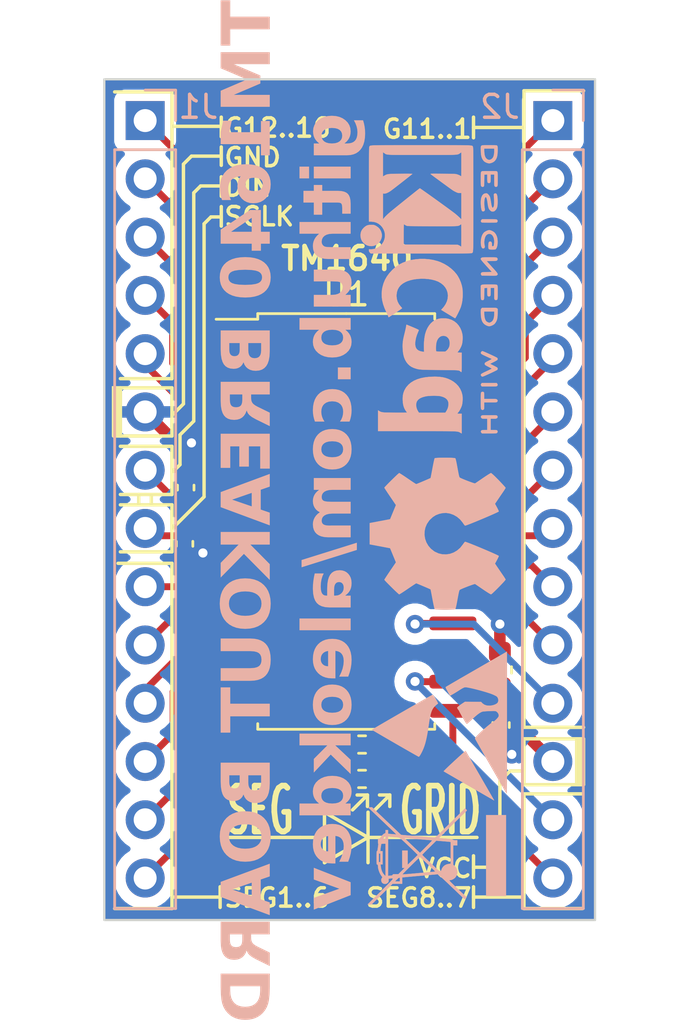
<source format=kicad_pcb>
(kicad_pcb (version 20221018) (generator pcbnew)
  (layers (0 "F.Cu" signal) (31 "B.Cu" signal) (34 "B.Paste" user) (35 "F.Paste" user) (36 "B.SilkS" user "B.Silkscreen") (37 "F.SilkS" user "F.Silkscreen") (38 "B.Mask" user) (39 "F.Mask" user) (44 "Edge.Cuts" user))
  (net 0 "")
  (net 1 "VCC")
  (net 2 "GND")
  (net 3 "/DIN")
  (net 4 "/SCLK")
  (net 5 "/GRID12")
  (net 6 "/GRID13")
  (net 7 "/GRID14")
  (net 8 "/GRID15")
  (net 9 "/GRID16")
  (net 10 "/SEG1")
  (net 11 "/SEG2")
  (net 12 "/SEG3")
  (net 13 "/SEG4")
  (net 14 "/SEG5")
  (net 15 "/SEG6")
  (net 16 "/GRID11")
  (net 17 "/GRID10")
  (net 18 "/GRID9")
  (net 19 "/GRID8")
  (net 20 "/GRID7")
  (net 21 "/GRID6")
  (net 22 "/GRID5")
  (net 23 "/GRID4")
  (net 24 "/GRID3")
  (net 25 "/GRID2")
  (net 26 "/GRID1")
  (net 27 "/SEG8")
  (net 28 "/SEG7")
  (footprint "Package_SO:SOIC-28W_7.5x17.9mm_P1.27mm" (layer "F.Cu") (at 64.65 42.875)
    (fp_text reference "U1" (at 0 -9.9) (layer "F.SilkS"))
    (fp_text value "TM1640")
    (pad "1" smd roundrect (at -4.65 -8.255) (size 2.05 0.6) (layers "F.Cu" "F.Paste" "F.Mask") (net 5 "/GRID12"))
    (pad "2" smd roundrect (at -4.65 -6.985) (size 2.05 0.6) (layers "F.Cu" "F.Paste" "F.Mask") (net 6 "/GRID13"))
    (pad "3" smd roundrect (at -4.65 -5.715) (size 2.05 0.6) (layers "F.Cu" "F.Paste" "F.Mask") (net 7 "/GRID14"))
    (pad "4" smd roundrect (at -4.65 -4.445) (size 2.05 0.6) (layers "F.Cu" "F.Paste" "F.Mask") (net 8 "/GRID15"))
    (pad "5" smd roundrect (at -4.65 -3.175) (size 2.05 0.6) (layers "F.Cu" "F.Paste" "F.Mask") (net 9 "/GRID16"))
    (pad "6" smd roundrect (at -4.65 -1.905) (size 2.05 0.6) (layers "F.Cu" "F.Paste" "F.Mask") (net 2 "GND"))
    (pad "7" smd roundrect (at -4.65 -0.635) (size 2.05 0.6) (layers "F.Cu" "F.Paste" "F.Mask") (net 3 "/DIN"))
    (pad "8" smd roundrect (at -4.65 0.635) (size 2.05 0.6) (layers "F.Cu" "F.Paste" "F.Mask") (net 4 "/SCLK"))
    (pad "9" smd roundrect (at -4.65 1.905) (size 2.05 0.6) (layers "F.Cu" "F.Paste" "F.Mask") (net 10 "/SEG1"))
    (pad "10" smd roundrect (at -4.65 3.175) (size 2.05 0.6) (layers "F.Cu" "F.Paste" "F.Mask") (net 11 "/SEG2"))
    (pad "11" smd roundrect (at -4.65 4.445) (size 2.05 0.6) (layers "F.Cu" "F.Paste" "F.Mask") (net 12 "/SEG3"))
    (pad "12" smd roundrect (at -4.65 5.715) (size 2.05 0.6) (layers "F.Cu" "F.Paste" "F.Mask") (net 13 "/SEG4"))
    (pad "13" smd roundrect (at -4.65 6.985) (size 2.05 0.6) (layers "F.Cu" "F.Paste" "F.Mask") (net 14 "/SEG5"))
    (pad "14" smd roundrect (at -4.65 8.255) (size 2.05 0.6) (layers "F.Cu" "F.Paste" "F.Mask") (net 15 "/SEG6"))
    (pad "15" smd roundrect (at 4.65 8.255) (size 2.05 0.6) (layers "F.Cu" "F.Paste" "F.Mask") (net 28 "/SEG7"))
    (pad "16" smd roundrect (at 4.65 6.985) (size 2.05 0.6) (layers "F.Cu" "F.Paste" "F.Mask") (net 27 "/SEG8"))
    (pad "17" smd roundrect (at 4.65 5.715) (size 2.05 0.6) (layers "F.Cu" "F.Paste" "F.Mask") (net 1 "VCC"))
    (pad "18" smd roundrect (at 4.65 4.445) (size 2.05 0.6) (layers "F.Cu" "F.Paste" "F.Mask") (net 26 "/GRID1"))
    (pad "19" smd roundrect (at 4.65 3.175) (size 2.05 0.6) (layers "F.Cu" "F.Paste" "F.Mask") (net 25 "/GRID2"))
    (pad "20" smd roundrect (at 4.65 1.905) (size 2.05 0.6) (layers "F.Cu" "F.Paste" "F.Mask") (net 24 "/GRID3"))
    (pad "21" smd roundrect (at 4.65 0.635) (size 2.05 0.6) (layers "F.Cu" "F.Paste" "F.Mask") (net 23 "/GRID4"))
    (pad "22" smd roundrect (at 4.65 -0.635) (size 2.05 0.6) (layers "F.Cu" "F.Paste" "F.Mask") (net 22 "/GRID5"))
    (pad "23" smd roundrect (at 4.65 -1.905) (size 2.05 0.6) (layers "F.Cu" "F.Paste" "F.Mask") (net 21 "/GRID6"))
    (pad "24" smd roundrect (at 4.65 -3.175) (size 2.05 0.6) (layers "F.Cu" "F.Paste" "F.Mask") (net 20 "/GRID7"))
    (pad "25" smd roundrect (at 4.65 -4.445) (size 2.05 0.6) (layers "F.Cu" "F.Paste" "F.Mask") (net 19 "/GRID8"))
    (pad "26" smd roundrect (at 4.65 -5.715) (size 2.05 0.6) (layers "F.Cu" "F.Paste" "F.Mask") (net 18 "/GRID9"))
    (pad "27" smd roundrect (at 4.65 -6.985) (size 2.05 0.6) (layers "F.Cu" "F.Paste" "F.Mask") (net 17 "/GRID10"))
    (pad "28" smd roundrect (at 4.65 -8.255) (size 2.05 0.6) (layers "F.Cu" "F.Paste" "F.Mask") (net 16 "/GRID11"))
  )
  (footprint "Capacitor_SMD:C_0603_1608Metric" (layer "F.Cu") (at 71.35 49.35 90)
    (fp_text reference "C2" hide)
    (fp_text value "100u" hide)
    (pad "1" smd roundrect (at -0.775 0 90) (size 0.9 0.95) (layers "F.Cu" "F.Paste" "F.Mask") (net 1 "VCC"))
    (pad "2" smd roundrect (at 0.775 0 90) (size 0.9 0.95) (layers "F.Cu" "F.Paste" "F.Mask") (net 2 "GND"))
  )
  (footprint "Resistor_SMD:R_0402_1005Metric" (layer "F.Cu") (at 65.34 52.6 180)
    (fp_text reference "R1" hide)
    (fp_text value "10k" hide)
    (pad "1" smd roundrect (at -0.51 0 180) (size 0.54 0.64) (layers "F.Cu" "F.Paste" "F.Mask") (net 1 "VCC"))
    (pad "2" smd roundrect (at 0.51 0 180) (size 0.54 0.64) (layers "F.Cu" "F.Paste" "F.Mask") (net 3 "/DIN"))
  )
  (footprint "Capacitor_SMD:C_0402_1005Metric" (layer "F.Cu") (at 57.6 43.85 -90)
    (fp_text reference "C4" hide)
    (fp_text value "100p" hide)
    (pad "1" smd roundrect (at -0.48 0 270) (size 0.56 0.62) (layers "F.Cu" "F.Paste" "F.Mask") (net 4 "/SCLK"))
    (pad "2" smd roundrect (at 0.48 0 270) (size 0.56 0.62) (layers "F.Cu" "F.Paste" "F.Mask") (net 2 "GND"))
  )
  (footprint "Resistor_SMD:R_0402_1005Metric" (layer "F.Cu") (at 65.34 54.1 180)
    (fp_text reference "R2" hide)
    (fp_text value "10k" hide)
    (pad "1" smd roundrect (at -0.51 0 180) (size 0.54 0.64) (layers "F.Cu" "F.Paste" "F.Mask") (net 1 "VCC"))
    (pad "2" smd roundrect (at 0.51 0 180) (size 0.54 0.64) (layers "F.Cu" "F.Paste" "F.Mask") (net 4 "/SCLK"))
  )
  (footprint "Capacitor_SMD:C_0402_1005Metric" (layer "F.Cu") (at 57.65 41.4 90)
    (fp_text reference "C3" hide)
    (fp_text value "100p" hide)
    (pad "1" smd roundrect (at -0.48 0 90) (size 0.56 0.62) (layers "F.Cu" "F.Paste" "F.Mask") (net 3 "/DIN"))
    (pad "2" smd roundrect (at 0.48 0 90) (size 0.56 0.62) (layers "F.Cu" "F.Paste" "F.Mask") (net 2 "GND"))
  )
  (footprint "Capacitor_SMD:C_0402_1005Metric" (layer "F.Cu") (at 71.4 51.75 -90)
    (fp_text reference "C1" hide)
    (fp_text value "100n" hide)
    (pad "1" smd roundrect (at -0.48 0 270) (size 0.56 0.62) (layers "F.Cu" "F.Paste" "F.Mask") (net 1 "VCC"))
    (pad "2" smd roundrect (at 0.48 0 270) (size 0.56 0.62) (layers "F.Cu" "F.Paste" "F.Mask") (net 2 "GND"))
  )
  (footprint "Symbol:KiCad-Logo2_5mm_SilkScreen" (layer "B.Cu") (at 68.25 32.75 -90)
    (fp_text reference "REF**" hide)
    (fp_text value "KiCad-Logo2_5mm_SilkScreen" hide)
  )
  (footprint "Connector_PinHeader_2.54mm:PinHeader_1x14_P2.54mm_Vertical" (layer "B.Cu") (at 55.88 25.4 180)
    (fp_text reference "J1" (at -2.32 0.6) (layer "B.SilkS") (effects (justify mirror)))
    (fp_text value "Conn_01x14_Pin")
    (pad "1" thru_hole rect (at 0 0 180) (size 1.7 1.7) (drill 1) (layers "*.Cu" "*.Mask") (net 5 "/GRID12"))
    (pad "2" thru_hole oval (at 0 -2.54 180) (size 1.7 1.7) (drill 1) (layers "*.Cu" "*.Mask") (net 6 "/GRID13"))
    (pad "3" thru_hole oval (at 0 -5.08 180) (size 1.7 1.7) (drill 1) (layers "*.Cu" "*.Mask") (net 7 "/GRID14"))
    (pad "4" thru_hole oval (at 0 -7.62 180) (size 1.7 1.7) (drill 1) (layers "*.Cu" "*.Mask") (net 8 "/GRID15"))
    (pad "5" thru_hole oval (at 0 -10.16 180) (size 1.7 1.7) (drill 1) (layers "*.Cu" "*.Mask") (net 9 "/GRID16"))
    (pad "6" thru_hole oval (at 0 -12.7 180) (size 1.7 1.7) (drill 1) (layers "*.Cu" "*.Mask") (net 2 "GND"))
    (pad "7" thru_hole oval (at 0 -15.24 180) (size 1.7 1.7) (drill 1) (layers "*.Cu" "*.Mask") (net 3 "/DIN"))
    (pad "8" thru_hole oval (at 0 -17.78 180) (size 1.7 1.7) (drill 1) (layers "*.Cu" "*.Mask") (net 4 "/SCLK"))
    (pad "9" thru_hole oval (at 0 -20.32 180) (size 1.7 1.7) (drill 1) (layers "*.Cu" "*.Mask") (net 10 "/SEG1"))
    (pad "10" thru_hole oval (at 0 -22.86 180) (size 1.7 1.7) (drill 1) (layers "*.Cu" "*.Mask") (net 11 "/SEG2"))
    (pad "11" thru_hole oval (at 0 -25.4 180) (size 1.7 1.7) (drill 1) (layers "*.Cu" "*.Mask") (net 12 "/SEG3"))
    (pad "12" thru_hole oval (at 0 -27.94 180) (size 1.7 1.7) (drill 1) (layers "*.Cu" "*.Mask") (net 13 "/SEG4"))
    (pad "13" thru_hole oval (at 0 -30.48 180) (size 1.7 1.7) (drill 1) (layers "*.Cu" "*.Mask") (net 14 "/SEG5"))
    (pad "14" thru_hole oval (at 0 -33.02 180) (size 1.7 1.7) (drill 1) (layers "*.Cu" "*.Mask") (net 15 "/SEG6"))
  )
  (footprint "Symbol:ESD-Logo_6.6x6mm_SilkScreen" (layer "B.Cu") (at 68.7 51.8 -90)
    (fp_text reference "REF**" hide)
    (fp_text value "ESD-Logo_6.6x6mm_SilkScreen" hide)
  )
  (footprint "Connector_PinHeader_2.54mm:PinHeader_1x14_P2.54mm_Vertical" (layer "B.Cu") (at 73.66 25.4 180)
    (fp_text reference "J2" (at 2.31 0.6) (layer "B.SilkS") (effects (justify mirror)))
    (fp_text value "Conn_01x14_Pin")
    (pad "1" thru_hole rect (at 0 0 180) (size 1.7 1.7) (drill 1) (layers "*.Cu" "*.Mask") (net 16 "/GRID11"))
    (pad "2" thru_hole oval (at 0 -2.54 180) (size 1.7 1.7) (drill 1) (layers "*.Cu" "*.Mask") (net 17 "/GRID10"))
    (pad "3" thru_hole oval (at 0 -5.08 180) (size 1.7 1.7) (drill 1) (layers "*.Cu" "*.Mask") (net 18 "/GRID9"))
    (pad "4" thru_hole oval (at 0 -7.62 180) (size 1.7 1.7) (drill 1) (layers "*.Cu" "*.Mask") (net 19 "/GRID8"))
    (pad "5" thru_hole oval (at 0 -10.16 180) (size 1.7 1.7) (drill 1) (layers "*.Cu" "*.Mask") (net 20 "/GRID7"))
    (pad "6" thru_hole oval (at 0 -12.7 180) (size 1.7 1.7) (drill 1) (layers "*.Cu" "*.Mask") (net 21 "/GRID6"))
    (pad "7" thru_hole oval (at 0 -15.24 180) (size 1.7 1.7) (drill 1) (layers "*.Cu" "*.Mask") (net 22 "/GRID5"))
    (pad "8" thru_hole oval (at 0 -17.78 180) (size 1.7 1.7) (drill 1) (layers "*.Cu" "*.Mask") (net 23 "/GRID4"))
    (pad "9" thru_hole oval (at 0 -20.32 180) (size 1.7 1.7) (drill 1) (layers "*.Cu" "*.Mask") (net 24 "/GRID3"))
    (pad "10" thru_hole oval (at 0 -22.86 180) (size 1.7 1.7) (drill 1) (layers "*.Cu" "*.Mask") (net 25 "/GRID2"))
    (pad "11" thru_hole oval (at 0 -25.4 180) (size 1.7 1.7) (drill 1) (layers "*.Cu" "*.Mask") (net 26 "/GRID1"))
    (pad "12" thru_hole oval (at 0 -27.94 180) (size 1.7 1.7) (drill 1) (layers "*.Cu" "*.Mask") (net 1 "VCC"))
    (pad "13" thru_hole oval (at 0 -30.48 180) (size 1.7 1.7) (drill 1) (layers "*.Cu" "*.Mask") (net 27 "/SEG8"))
    (pad "14" thru_hole oval (at 0 -33.02 180) (size 1.7 1.7) (drill 1) (layers "*.Cu" "*.Mask") (net 28 "/SEG7"))
  )
  (footprint "Symbol:WEEE-Logo_4.2x6mm_SilkScreen" (layer "B.Cu") (at 68.6 57.45 -90)
    (fp_text reference "REF**" hide)
    (fp_text value "WEEE-Logo_4.2x6mm_SilkScreen" hide)
  )
  (footprint "Symbol:OSHW-Symbol_6.7x6mm_SilkScreen" (layer "B.Cu") (at 68.65 43.4 -90)
    (fp_text reference "REF**" hide)
    (fp_text value "OSHW-Symbol_6.7x6mm_SilkScreen" hide)
  )
  (gr_line (start 57.1 40.7) (end 57.4 40.4) (stroke (width 0.15)) (layer "F.SilkS"))
  (gr_line (start 72.4 54.75) (end 74.95 54.75) (stroke (width 0.15)) (layer "F.SilkS"))
  (gr_line (start 65.575 54.8) (end 65.125 54.8) (stroke (width 0.15)) (layer "F.SilkS"))
  (gr_line (start 57.05 24.15) (end 54.55 24.15) (stroke (width 0.15)) (layer "F.SilkS"))
  (gr_line (start 57.05 24.15) (end 57.05 36.65) (stroke (width 0.15)) (layer "F.SilkS"))
  (gr_line (start 71.35 57.45) (end 70.85 57.95) (stroke (width 0.15)) (layer "F.SilkS"))
  (gr_line (start 57.9 26.95) (end 59.2 26.95) (stroke (width 0.15)) (layer "F.SilkS"))
  (gr_line (start 72.4 52.35) (end 72.4 54.35) (stroke (width 0.15)) (layer "F.SilkS"))
  (gr_line (start 57.05 44.7) (end 54.7 44.7) (stroke (width 0.15)) (layer "F.SilkS"))
  (gr_line (start 70.2 59.25) (end 72.4 59.25) (stroke (width 0.15)) (layer "F.SilkS"))
  (gr_line (start 59.2 26.55) (end 59.2 27.35) (stroke (width 0.15)) (layer "F.SilkS"))
  (gr_line (start 59.2 27.85) (end 59.2 28.7) (stroke (width 0.15)) (layer "F.SilkS"))
  (gr_line (start 72.4 54.75) (end 72.4 59.75) (stroke (width 0.15)) (layer "F.SilkS"))
  (gr_line (start 62.65 56.65) (end 59.55 56.65) (stroke (width 0.15)) (layer "F.SilkS"))
  (gr_line (start 70.2 58.4) (end 70.2 57.45) (stroke (width 0.15)) (layer "F.SilkS"))
  (gr_line (start 57.9 26.95) (end 57.55 27.3) (stroke (width 0.15)) (layer "F.SilkS"))
  (gr_line (start 65.6 56.65) (end 65.6 57.75) (stroke (width 0.15)) (layer "F.SilkS"))
  (gr_line (start 56.15 42.15) (end 56.15 41.75) (stroke (width 0.15)) (layer "F.SilkS"))
  (gr_line (start 66.55 54.8) (end 66.55 55.3) (stroke (width 0.15)) (layer "F.SilkS"))
  (gr_line (start 65.6 56.65) (end 66.4 56.65) (stroke (width 0.15)) (layer "F.SilkS"))
  (gr_line (start 57.05 43.2) (end 58.45 41.8) (stroke (width 0.15)) (layer "F.SilkS"))
  (gr_line (start 58.45 29.9) (end 58.75 29.6) (stroke (width 0.15)) (layer "F.SilkS"))
  (gr_line (start 58.3 28.25) (end 58 28.55) (stroke (width 0.15)) (layer "F.SilkS"))
  (gr_line (start 65.9 55.45) (end 66.55 54.8) (stroke (width 0.15)) (layer "F.SilkS"))
  (gr_line (start 59.15 59.25) (end 57.05 59.25) (stroke (width 0.15)) (layer "F.SilkS"))
  (gr_line (start 71.8 53.75) (end 71.35 54.2) (stroke (width 0.15)) (layer "F.SilkS"))
  (gr_line (start 66.55 54.8) (end 66.1 54.8) (stroke (width 0.15)) (layer "F.SilkS"))
  (gr_line (start 55.6 42.15) (end 55.6 41.7) (stroke (width 0.15)) (layer "F.SilkS"))
  (gr_line (start 63.7 55.55) (end 65.6 56.65) (stroke (width 0.15)) (layer "F.SilkS"))
  (gr_line (start 57.05 36.65) (end 54.8 36.65) (stroke (width 0.15)) (layer "F.SilkS"))
  (gr_line (start 54.55 59.75) (end 57.05 59.75) (stroke (width 0.15)) (layer "F.SilkS"))
  (gr_line (start 57.1 25.65) (end 59.2 25.65) (stroke (width 0.15)) (layer "F.SilkS"))
  (gr_line (start 57.05 42.15) (end 57.05 44.2) (stroke (width 0.15)) (layer "F.SilkS"))
  (gr_line (start 64.925 55.45) (end 65.575 54.8) (stroke (width 0.15)) (layer "F.SilkS"))
  (gr_line (start 70.2 58.8) (end 70.2 59.7) (stroke (width 0.15)) (layer "F.SilkS"))
  (gr_line (start 70.2 25.7) (end 72.4 25.7) (stroke (width 0.15)) (layer "F.SilkS"))
  (gr_line (start 66.4 56.65) (end 70.35 56.65) (stroke (width 0.15)) (layer "F.SilkS"))
  (gr_line (start 59.2 29.65) (end 59.2 29.15) (stroke (width 0.15)) (layer "F.SilkS"))
  (gr_rect (start 54.5 37.05) (end 54.8 39.15) (stroke (width 0.15)) (fill solid) (layer "F.SilkS"))
  (gr_line (start 58.75 29.6) (end 59.2 29.6) (stroke (width 0.15)) (layer "F.SilkS"))
  (gr_line (start 57.05 37.05) (end 54.8 37.05) (stroke (width 0.15)) (layer "F.SilkS"))
  (gr_line (start 57.05 38.25) (end 57.55 37.75) (stroke (width 0.15)) (layer "F.SilkS"))
  (gr_rect (start 74.7 52.35) (end 75 54.35) (stroke (width 0.15)) (fill solid) (layer "F.SilkS"))
  (gr_line (start 72.4 24.1) (end 72.4 51.85) (stroke (width 0.15)) (layer "F.SilkS"))
  (gr_line (start 72.4 59.75) (end 74.95 59.75) (stroke (width 0.15)) (layer "F.SilkS"))
  (gr_line (start 57.05 44.2) (end 54.8 44.2) (stroke (width 0.15)) (layer "F.SilkS"))
  (gr_line (start 71.35 54.2) (end 71.35 57.45) (stroke (width 0.15)) (layer "F.SilkS"))
  (gr_line (start 57.05 39.6) (end 54.8 39.6) (stroke (width 0.15)) (layer "F.SilkS"))
  (gr_line (start 57.4 39.1) (end 58 38.5) (stroke (width 0.15)) (layer "F.SilkS"))
  (gr_line (start 57.05 39.15) (end 54.8 39.15) (stroke (width 0.15)) (layer "F.SilkS"))
  (gr_line (start 63.7 56.65) (end 63.7 55.55) (stroke (width 0.15)) (layer "F.SilkS"))
  (gr_line (start 59.2 25.65) (end 59.2 25.25) (stroke (width 0.15)) (layer "F.SilkS"))
  (gr_line (start 57.55 37.75) (end 57.55 27.3) (stroke (width 0.15)) (layer "F.SilkS"))
  (gr_line (start 57.05 39.6) (end 57.05 41.7) (stroke (width 0.15)) (layer "F.SilkS"))
  (gr_line (start 59.2 25.65) (end 59.2 26.1) (stroke (width 0.15)) (layer "F.SilkS"))
  (gr_line (start 72.4 51.85) (end 75 51.85) (stroke (width 0.15)) (layer "F.SilkS"))
  (gr_line (start 63.7 56.65) (end 63.7 57.75) (stroke (width 0.15)) (layer "F.SilkS"))
  (gr_line (start 59.2 29.65) (end 59.2 30) (stroke (width 0.15)) (layer "F.SilkS"))
  (gr_line (start 72.4 53.75) (end 71.8 53.75) (stroke (width 0.15)) (layer "F.SilkS"))
  (gr_line (start 58.3 28.25) (end 59.15 28.25) (stroke (width 0.15)) (layer "F.SilkS"))
  (gr_line (start 57.05 39.15) (end 57.05 37.05) (stroke (width 0.15)) (layer "F.SilkS"))
  (gr_line (start 65.575 54.8) (end 65.575 55.3) (stroke (width 0.15)) (layer "F.SilkS"))
  (gr_line (start 57.4 40.4) (end 57.4 39.1) (stroke (width 0.15)) (layer "F.SilkS"))
  (gr_line (start 75 52.35) (end 72.4 52.35) (stroke (width 0.15)) (layer "F.SilkS"))
  (gr_line (start 62.65 56.65) (end 63.7 56.65) (stroke (width 0.15)) (layer "F.SilkS"))
  (gr_line (start 59.15 59.7) (end 59.15 58.8) (stroke (width 0.15)) (layer "F.SilkS"))
  (gr_line (start 57.05 59.75) (end 57.05 44.7) (stroke (width 0.15)) (layer "F.SilkS"))
  (gr_line (start 57.05 41.7) (end 54.8 41.7) (stroke (width 0.15)) (layer "F.SilkS"))
  (gr_line (start 58 38.5) (end 58 28.55) (stroke (width 0.15)) (layer "F.SilkS"))
  (gr_line (start 70.85 57.95) (end 70.2 57.95) (stroke (width 0.15)) (layer "F.SilkS"))
  (gr_line (start 65.6 56.65) (end 65.6 55.55) (stroke (width 0.15)) (layer "F.SilkS"))
  (gr_line (start 63.7 57.75) (end 65.6 56.65) (stroke (width 0.15)) (layer "F.SilkS"))
  (gr_line (start 58.45 41.8) (end 58.45 29.9) (stroke (width 0.15)) (layer "F.SilkS"))
  (gr_line (start 72.4 54.35) (end 75 54.35) (stroke (width 0.15)) (layer "F.SilkS"))
  (gr_line (start 59.2 26.1) (end 59.2 25.65) (stroke (width 0.15)) (layer "F.SilkS"))
  (gr_line (start 57.05 42.15) (end 54.8 42.15) (stroke (width 0.15)) (layer "F.SilkS"))
  (gr_line (start 70.2 25.25) (end 70.2 26.15) (stroke (width 0.15)) (layer "F.SilkS"))
  (gr_line (start 75 24.1) (end 72.4 24.1) (stroke (width 0.15)) (layer "F.SilkS"))
  (gr_rect (start 54.1 23.6) (end 75.5 60.25) (stroke (width 0.1)) (fill none) (layer "Edge.Cuts"))
  (gr_text "TM1640 BREAKOUT BOARD\ngithub.com/aleokdev" (at 65.2 42.45 90) (layer "B.SilkS") (effects (font (size 2.1 2.1) (thickness 0.25) bold) (justify bottom mirror)))
  (gr_text "VCC\nSEG8..7" (at 70.2 59.75) (layer "F.SilkS") (effects (font (size 0.8 0.8)) (justify right bottom)))
  (gr_text "G11..1" (at 70.2 25.3) (layer "F.SilkS") (effects (font (size 0.8 0.8) (thickness 0.1524)) (justify right top)))
  (gr_text "G12..16\nGND\nDIN\nSCLK" (at 59.25 30.05) (layer "F.SilkS") (effects (font (size 0.8 0.8) (thickness 0.1524)) (justify left bottom)))
  (gr_text "TM1640" (at 61.7 32) (layer "F.SilkS") (effects (font (size 1 1) (thickness 0.2) bold) (justify left bottom)))
  (gr_text "SEG1..6" (at 59.25 59.75) (layer "F.SilkS") (effects (font (size 0.8 0.8) (thickness 0.1524)) (justify left bottom)))
  (gr_text "GRID" (at 66.85 56.65) (layer "F.SilkS") (effects (font (size 2 1) (thickness 0.25) bold) (justify left bottom)))
  (gr_text "SEG" (at 59.3 56.65) (layer "F.SilkS") (effects (font (size 2 1) (thickness 0.25) bold) (justify left bottom)))
  (segment (start 65.85 54.1) (end 65.85 52.6) (width 0.5) (layer "F.Cu") (net 1))
  (segment (start 71.35 51.03) (end 73.66 53.34) (width 0.5) (layer "F.Cu") (net 1))
  (segment (start 71.35 50.036472) (end 71.35 51.03) (width 0.5) (layer "F.Cu") (net 1))
  (segment (start 69.3 48.59) (end 69.903528 48.59) (width 0.5) (layer "F.Cu") (net 1))
  (segment (start 67.06 48.59) (end 69.3 48.59) (width 0.5) (layer "F.Cu") (net 1))
  (segment (start 65.85 49.8) (end 67.06 48.59) (width 0.5) (layer "F.Cu") (net 1))
  (segment (start 65.85 52.6) (end 65.85 49.8) (width 0.5) (layer "F.Cu") (net 1))
  (segment (start 69.903528 48.59) (end 71.35 50.036472) (width 0.5) (layer "F.Cu") (net 1))
  (segment (start 71.4 52.560046) (end 71.869977 53.030023) (width 0.5) (layer "F.Cu") (net 2))
  (segment (start 57.6 44.33) (end 58.3195 44.33) (width 0.5) (layer "F.Cu") (net 2))
  (segment (start 58.3195 44.33) (end 58.4 44.2495) (width 0.5) (layer "F.Cu") (net 2))
  (segment (start 57.65 39.87) (end 55.88 38.1) (width 0.5) (layer "F.Cu") (net 2))
  (segment (start 71.35 48.575) (end 71.35 47.35) (width 0.5) (layer "F.Cu") (net 2))
  (segment (start 71.4 52.23) (end 71.4 52.560046) (width 0.5) (layer "F.Cu") (net 2))
  (segment (start 57.65 40.92) (end 57.65 39.87) (width 0.5) (layer "F.Cu") (net 2))
  (segment (start 57.7 40.97) (end 57.65 40.92) (width 0.5) (layer "F.Cu") (net 2))
  (segment (start 60 40.97) (end 57.7 40.97) (width 0.5) (layer "F.Cu") (net 2))
  (via (at 57.9 39.45) (size 0.8) (drill 0.4) (layers "F.Cu" "B.Cu") (net 2))
  (via (at 71.35 47.35) (size 0.8) (drill 0.4) (layers "F.Cu" "B.Cu") (net 2))
  (via (at 58.4 44.2495) (size 0.8) (drill 0.4) (layers "F.Cu" "B.Cu") (net 2))
  (via (at 71.869977 53.030023) (size 0.8) (drill 0.4) (layers "F.Cu" "B.Cu") (net 2))
  (segment (start 57.48 42.24) (end 55.88 40.64) (width 0.3) (layer "F.Cu") (net 3))
  (segment (start 60 42.24) (end 62.19 42.24) (width 0.3) (layer "F.Cu") (net 3))
  (segment (start 64.83 52.6) (end 64.44 52.6) (width 0.3) (layer "F.Cu") (net 3))
  (segment (start 60 42.24) (end 57.48 42.24) (width 0.3) (layer "F.Cu") (net 3))
  (segment (start 62.19 42.24) (end 63.95 44) (width 0.3) (layer "F.Cu") (net 3))
  (segment (start 64.44 52.6) (end 63.95 52.11) (width 0.3) (layer "F.Cu") (net 3))
  (segment (start 63.95 44) (end 63.95 52.11) (width 0.3) (layer "F.Cu") (net 3))
  (segment (start 64.79 54.1) (end 63.85 54.1) (width 0.3) (layer "F.Cu") (net 4))
  (segment (start 60 43.51) (end 61.51 43.51) (width 0.3) (layer "F.Cu") (net 4))
  (segment (start 60 43.51) (end 59.99 43.5) (width 0.3) (layer "F.Cu") (net 4))
  (segment (start 61.51 43.51) (end 62.6 44.6) (width 0.3) (layer "F.Cu") (net 4))
  (segment (start 63.85 54.1) (end 62.6 52.85) (width 0.3) (layer "F.Cu") (net 4))
  (segment (start 56.2 43.5) (end 55.88 43.18) (width 0.3) (layer "F.Cu") (net 4))
  (segment (start 59.99 43.5) (end 56.2 43.5) (width 0.3) (layer "F.Cu") (net 4))
  (segment (start 62.6 44.6) (end 62.6 52.85) (width 0.3) (layer "F.Cu") (net 4))
  (segment (start 59.2 33.82) (end 59.2 28.72) (width 0.3) (layer "F.Cu") (net 5))
  (segment (start 59.2 28.72) (end 55.88 25.4) (width 0.3) (layer "F.Cu") (net 5))
  (segment (start 60 34.62) (end 59.2 33.82) (width 0.3) (layer "F.Cu") (net 5))
  (segment (start 60 35.89) (end 59.537893 35.89) (width 0.3) (layer "F.Cu") (net 6))
  (segment (start 58.5 34.852107) (end 58.5 30.56) (width 0.3) (layer "F.Cu") (net 6))
  (segment (start 58.5 30.56) (end 55.88 27.94) (width 0.3) (layer "F.Cu") (net 6))
  (segment (start 59.537893 35.89) (end 58.5 34.852107) (width 0.3) (layer "F.Cu") (net 6))
  (segment (start 57.8 32.4) (end 55.88 30.48) (width 0.3) (layer "F.Cu") (net 7))
  (segment (start 57.8 35.422107) (end 57.8 32.4) (width 0.3) (layer "F.Cu") (net 7))
  (segment (start 59.537893 37.16) (end 57.8 35.422107) (width 0.3) (layer "F.Cu") (net 7))
  (segment (start 60 37.16) (end 59.537893 37.16) (width 0.3) (layer "F.Cu") (net 7))
  (segment (start 57.08 34.22) (end 55.88 33.02) (width 0.3) (layer "F.Cu") (net 8))
  (segment (start 57.08 35.972107) (end 57.08 34.22) (width 0.3) (layer "F.Cu") (net 8))
  (segment (start 59.537893 38.43) (end 57.08 35.972107) (width 0.3) (layer "F.Cu") (net 8))
  (segment (start 60 38.43) (end 59.537893 38.43) (width 0.3) (layer "F.Cu") (net 8))
  (segment (start 59.537893 39.7) (end 55.88 36.042107) (width 0.3) (layer "F.Cu") (net 9))
  (segment (start 55.88 36.042107) (end 55.88 35.56) (width 0.3) (layer "F.Cu") (net 9))
  (segment (start 60 39.7) (end 59.537893 39.7) (width 0.3) (layer "F.Cu") (net 9))
  (segment (start 57.990161 45.72) (end 55.88 45.72) (width 0.3) (layer "F.Cu") (net 10))
  (segment (start 58.930161 44.78) (end 57.990161 45.72) (width 0.3) (layer "F.Cu") (net 10))
  (segment (start 60 44.78) (end 58.930161 44.78) (width 0.3) (layer "F.Cu") (net 10))
  (segment (start 60 46.05) (end 59.83 46.22) (width 0.3) (layer "F.Cu") (net 11))
  (segment (start 57.92 46.22) (end 55.88 48.26) (width 0.3) (layer "F.Cu") (net 11))
  (segment (start 59.83 46.22) (end 57.92 46.22) (width 0.3) (layer "F.Cu") (net 11))
  (segment (start 55.88 50.22) (end 55.88 50.8) (width 0.3) (layer "F.Cu") (net 12))
  (segment (start 60 47.32) (end 58.78 47.32) (width 0.3) (layer "F.Cu") (net 12))
  (segment (start 58.78 47.32) (end 55.88 50.22) (width 0.3) (layer "F.Cu") (net 12))
  (segment (start 57.1 52.12) (end 55.88 53.34) (width 0.3) (layer "F.Cu") (net 13))
  (segment (start 58.81 48.59) (end 57.1 50.3) (width 0.3) (layer "F.Cu") (net 13))
  (segment (start 60 48.59) (end 58.81 48.59) (width 0.3) (layer "F.Cu") (net 13))
  (segment (start 57.1 50.3) (end 57.1 52.12) (width 0.3) (layer "F.Cu") (net 13))
  (segment (start 57.95 50.65) (end 57.95 53.81) (width 0.3) (layer "F.Cu") (net 14))
  (segment (start 60 49.86) (end 58.74 49.86) (width 0.3) (layer "F.Cu") (net 14))
  (segment (start 57.95 53.81) (end 55.88 55.88) (width 0.3) (layer "F.Cu") (net 14))
  (segment (start 58.74 49.86) (end 57.95 50.65) (width 0.3) (layer "F.Cu") (net 14))
  (segment (start 60 54.3) (end 55.88 58.42) (width 0.3) (layer "F.Cu") (net 15))
  (segment (start 60 51.13) (end 60 54.3) (width 0.3) (layer "F.Cu") (net 15))
  (segment (start 69.85 29.21) (end 73.66 25.4) (width 0.3) (layer "F.Cu") (net 16))
  (segment (start 69.85 34.07) (end 69.85 29.21) (width 0.3) (layer "F.Cu") (net 16))
  (segment (start 69.3 34.62) (end 69.85 34.07) (width 0.3) (layer "F.Cu") (net 16))
  (segment (start 69.762107 35.89) (end 70.7 34.952107) (width 0.3) (layer "F.Cu") (net 17))
  (segment (start 70.7 30.9) (end 73.66 27.94) (width 0.3) (layer "F.Cu") (net 17))
  (segment (start 69.3 35.89) (end 69.762107 35.89) (width 0.3) (layer "F.Cu") (net 17))
  (segment (start 70.7 34.952107) (end 70.7 30.9) (width 0.3) (layer "F.Cu") (net 17))
  (segment (start 71.55 32.59) (end 73.66 30.48) (width 0.3) (layer "F.Cu") (net 18))
  (segment (start 71.55 35.375) (end 71.55 32.59) (width 0.3) (layer "F.Cu") (net 18))
  (segment (start 69.765 37.16) (end 71.55 35.375) (width 0.3) (layer "F.Cu") (net 18))
  (segment (start 69.3 37.16) (end 69.765 37.16) (width 0.3) (layer "F.Cu") (net 18))
  (segment (start 72.46 34.22) (end 73.66 33.02) (width 0.3) (layer "F.Cu") (net 19))
  (segment (start 69.3 38.43) (end 69.762107 38.43) (width 0.3) (layer "F.Cu") (net 19))
  (segment (start 72.46 35.732107) (end 72.46 34.22) (width 0.3) (layer "F.Cu") (net 19))
  (segment (start 69.762107 38.43) (end 72.46 35.732107) (width 0.3) (layer "F.Cu") (net 19))
  (segment (start 69.3 39.7) (end 69.762107 39.7) (width 0.3) (layer "F.Cu") (net 20))
  (segment (start 69.762107 39.7) (end 73.66 35.802107) (width 0.3) (layer "F.Cu") (net 20))
  (segment (start 73.66 35.802107) (end 73.66 35.56) (width 0.3) (layer "F.Cu") (net 20))
  (segment (start 73.66 38.24) (end 73.66 38.1) (width 0.3) (layer "F.Cu") (net 21))
  (segment (start 70.93 40.97) (end 73.66 38.24) (width 0.3) (layer "F.Cu") (net 21))
  (segment (start 69.3 40.97) (end 70.93 40.97) (width 0.3) (layer "F.Cu") (net 21))
  (segment (start 72.06 42.24) (end 73.66 40.64) (width 0.3) (layer "F.Cu") (net 22))
  (segment (start 69.3 42.24) (end 72.06 42.24) (width 0.3) (layer "F.Cu") (net 22))
  (segment (start 69.3 43.51) (end 69.31 43.5) (width 0.3) (layer "F.Cu") (net 23))
  (segment (start 69.31 43.5) (end 73.34 43.5) (width 0.3) (layer "F.Cu") (net 23))
  (segment (start 73.34 43.5) (end 73.66 43.18) (width 0.3) (layer "F.Cu") (net 23))
  (segment (start 72.72 44.78) (end 73.66 45.72) (width 0.3) (layer "F.Cu") (net 24))
  (segment (start 69.3 44.78) (end 72.72 44.78) (width 0.3) (layer "F.Cu") (net 24))
  (segment (start 69.3 46.05) (end 71.45 46.05) (width 0.3) (layer "F.Cu") (net 25))
  (segment (start 71.45 46.05) (end 73.66 48.26) (width 0.3) (layer "F.Cu") (net 25))
  (segment (start 69.3 47.32) (end 67.73 47.32) (width 0.3) (layer "F.Cu") (net 26))
  (segment (start 67.73 47.32) (end 67.7 47.35) (width 0.3) (layer "F.Cu") (net 26))
  (via (at 67.65 47.35) (size 0.8) (drill 0.4) (layers "F.Cu" "B.Cu") (net 26))
  (segment (start 67.7 47.35) (end 70.21 47.35) (width 0.3) (layer "B.Cu") (net 26))
  (segment (start 70.21 47.35) (end 73.66 50.8) (width 0.3) (layer "B.Cu") (net 26))
  (segment (start 67.66 49.86) (end 67.65 49.85) (width 0.3) (layer "F.Cu") (net 27))
  (segment (start 69.3 49.86) (end 67.66 49.86) (width 0.3) (layer "F.Cu") (net 27))
  (via (at 67.65 49.85) (size 0.8) (drill 0.4) (layers "F.Cu" "B.Cu") (net 27))
  (segment (start 67.65 49.87) (end 73.66 55.88) (width 0.3) (layer "B.Cu") (net 27))
  (segment (start 67.65 49.85) (end 67.65 49.87) (width 0.3) (layer "B.Cu") (net 27))
  (segment (start 73.66 58.42) (end 69.3 54.06) (width 0.3) (layer "F.Cu") (net 28))
  (segment (start 69.3 54.06) (end 69.3 51.13) (width 0.3) (layer "F.Cu") (net 28))
  (zone (net 2) (net_name "GND") (layer "B.Cu") (connect_pads (clearance 0.5)) (min_thickness 0.25) (fill yes (thermal_gap 0.5) (thermal_bridge_width 0.5))
    (polygon (pts (xy 52.7 22.45) (xy 79 20.8) (xy 78.3 63.8) (xy 49.55 62.45)))
  )
)
</source>
